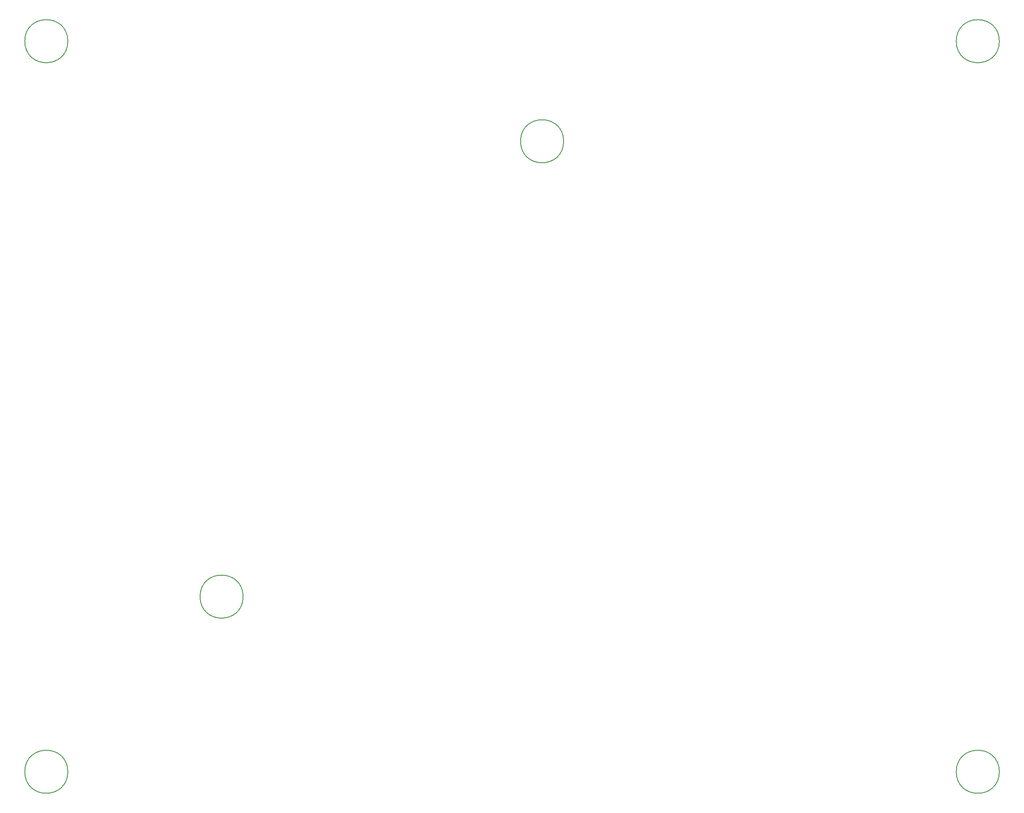
<source format=gbr>
%TF.GenerationSoftware,KiCad,Pcbnew,8.0.1*%
%TF.CreationDate,2024-05-06T01:07:55+02:00*%
%TF.ProjectId,launchpad-controller-v2,6c61756e-6368-4706-9164-2d636f6e7472,rev?*%
%TF.SameCoordinates,Original*%
%TF.FileFunction,Other,Comment*%
%FSLAX46Y46*%
G04 Gerber Fmt 4.6, Leading zero omitted, Abs format (unit mm)*
G04 Created by KiCad (PCBNEW 8.0.1) date 2024-05-06 01:07:55*
%MOMM*%
%LPD*%
G01*
G04 APERTURE LIST*
%ADD10C,0.150000*%
G04 APERTURE END LIST*
D10*
%TO.C,H2*%
X281300000Y204000000D02*
G75*
G02*
X272700000Y204000000I-4300000J0D01*
G01*
X272700000Y204000000D02*
G75*
G02*
X281300000Y204000000I4300000J0D01*
G01*
%TO.C,H3*%
X95300000Y58000000D02*
G75*
G02*
X86700000Y58000000I-4300000J0D01*
G01*
X86700000Y58000000D02*
G75*
G02*
X95300000Y58000000I4300000J0D01*
G01*
%TO.C,H5*%
X130300000Y93000000D02*
G75*
G02*
X121700000Y93000000I-4300000J0D01*
G01*
X121700000Y93000000D02*
G75*
G02*
X130300000Y93000000I4300000J0D01*
G01*
%TO.C,H1*%
X95300000Y204000000D02*
G75*
G02*
X86700000Y204000000I-4300000J0D01*
G01*
X86700000Y204000000D02*
G75*
G02*
X95300000Y204000000I4300000J0D01*
G01*
%TO.C,H6*%
X194300000Y184000000D02*
G75*
G02*
X185700000Y184000000I-4300000J0D01*
G01*
X185700000Y184000000D02*
G75*
G02*
X194300000Y184000000I4300000J0D01*
G01*
%TO.C,H4*%
X281300000Y58000000D02*
G75*
G02*
X272700000Y58000000I-4300000J0D01*
G01*
X272700000Y58000000D02*
G75*
G02*
X281300000Y58000000I4300000J0D01*
G01*
%TD*%
M02*

</source>
